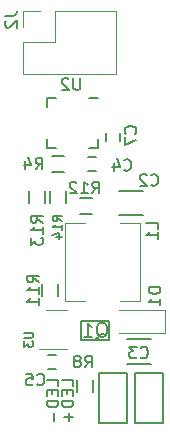
<source format=gbo>
G04 #@! TF.FileFunction,Legend,Bot*
%FSLAX46Y46*%
G04 Gerber Fmt 4.6, Leading zero omitted, Abs format (unit mm)*
G04 Created by KiCad (PCBNEW 4.0.7) date Wednesday, October 18, 2017 'PMt' 08:17:54 PM*
%MOMM*%
%LPD*%
G01*
G04 APERTURE LIST*
%ADD10C,0.150000*%
%ADD11C,0.120000*%
G04 APERTURE END LIST*
D10*
D11*
X126365000Y-78747000D02*
X131565000Y-78747000D01*
X131565000Y-78747000D02*
X131565000Y-84067000D01*
X131565000Y-84067000D02*
X123705000Y-84067000D01*
X123705000Y-84067000D02*
X123705000Y-81407000D01*
X123705000Y-81407000D02*
X126365000Y-81407000D01*
X126365000Y-81407000D02*
X126365000Y-78747000D01*
X125095000Y-78747000D02*
X123705000Y-78747000D01*
X123705000Y-78747000D02*
X123705000Y-80137000D01*
D10*
X133842000Y-96021000D02*
X131842000Y-96021000D01*
X131842000Y-93971000D02*
X133842000Y-93971000D01*
X132501000Y-106544000D02*
X134501000Y-106544000D01*
X134501000Y-108594000D02*
X132501000Y-108594000D01*
X129178000Y-92294000D02*
X129878000Y-92294000D01*
X129878000Y-91094000D02*
X129178000Y-91094000D01*
X125773000Y-109058000D02*
X126473000Y-109058000D01*
X126473000Y-107858000D02*
X125773000Y-107858000D01*
D11*
X135727000Y-104029000D02*
X135727000Y-106029000D01*
X135727000Y-106029000D02*
X131827000Y-106029000D01*
X135727000Y-104029000D02*
X131827000Y-104029000D01*
X128913606Y-96730738D02*
X127213606Y-96730738D01*
X127213606Y-96730738D02*
X127213606Y-103330738D01*
X127213606Y-103330738D02*
X128913606Y-103330738D01*
X131913606Y-103330738D02*
X133613606Y-103330738D01*
X133613606Y-103330738D02*
X133613606Y-96730738D01*
X133613606Y-96730738D02*
X131913606Y-96730738D01*
D10*
X130994000Y-104971000D02*
X130994000Y-105971000D01*
X129994000Y-104971000D02*
X130984000Y-104971000D01*
X130994000Y-105966000D02*
X130994000Y-106616000D01*
X130994000Y-106616000D02*
X128594000Y-106616000D01*
X128594000Y-106616000D02*
X128594000Y-104966000D01*
X128594000Y-104966000D02*
X129994000Y-104966000D01*
X127131000Y-91019000D02*
X126131000Y-91019000D01*
X126131000Y-92369000D02*
X127131000Y-92369000D01*
X128230000Y-110002000D02*
X128230000Y-111002000D01*
X129580000Y-111002000D02*
X129580000Y-110002000D01*
X126659000Y-102862000D02*
X126659000Y-101862000D01*
X125309000Y-101862000D02*
X125309000Y-102862000D01*
X129544000Y-94575000D02*
X128544000Y-94575000D01*
X128544000Y-95925000D02*
X129544000Y-95925000D01*
X125729000Y-86074200D02*
X125729000Y-86849200D01*
X130029000Y-90374200D02*
X130029000Y-89599200D01*
X125729000Y-90374200D02*
X125729000Y-89599200D01*
X130029000Y-86074200D02*
X129254000Y-86074200D01*
X130029000Y-90374200D02*
X129254000Y-90374200D01*
X125729000Y-90374200D02*
X126504000Y-90374200D01*
X125729000Y-86074200D02*
X126504000Y-86074200D01*
D11*
X125648985Y-104097519D02*
X127448985Y-104097519D01*
X127448985Y-107317519D02*
X124998985Y-107317519D01*
D10*
X125516000Y-94988000D02*
X125516000Y-93988000D01*
X124166000Y-93988000D02*
X124166000Y-94988000D01*
X127294000Y-94988000D02*
X127294000Y-93988000D01*
X125944000Y-93988000D02*
X125944000Y-94988000D01*
X131918000Y-89758000D02*
X131918000Y-89058000D01*
X130718000Y-89058000D02*
X130718000Y-89758000D01*
X135566000Y-113606000D02*
X135566000Y-109406000D01*
X135566000Y-109406000D02*
X133166000Y-109406000D01*
X133166000Y-109406000D02*
X133166000Y-113606000D01*
X133166000Y-113606000D02*
X135566000Y-113606000D01*
X132518000Y-113606000D02*
X132518000Y-109406000D01*
X132518000Y-109406000D02*
X130118000Y-109406000D01*
X130118000Y-109406000D02*
X130118000Y-113606000D01*
X130118000Y-113606000D02*
X132518000Y-113606000D01*
X122157381Y-79143267D02*
X122871667Y-79143267D01*
X123014524Y-79095647D01*
X123109762Y-79000409D01*
X123157381Y-78857552D01*
X123157381Y-78762314D01*
X122252619Y-79571838D02*
X122205000Y-79619457D01*
X122157381Y-79714695D01*
X122157381Y-79952791D01*
X122205000Y-80048029D01*
X122252619Y-80095648D01*
X122347857Y-80143267D01*
X122443095Y-80143267D01*
X122585952Y-80095648D01*
X123157381Y-79524219D01*
X123157381Y-80143267D01*
X134532666Y-93448143D02*
X134580285Y-93495762D01*
X134723142Y-93543381D01*
X134818380Y-93543381D01*
X134961238Y-93495762D01*
X135056476Y-93400524D01*
X135104095Y-93305286D01*
X135151714Y-93114810D01*
X135151714Y-92971952D01*
X135104095Y-92781476D01*
X135056476Y-92686238D01*
X134961238Y-92591000D01*
X134818380Y-92543381D01*
X134723142Y-92543381D01*
X134580285Y-92591000D01*
X134532666Y-92638619D01*
X134151714Y-92638619D02*
X134104095Y-92591000D01*
X134008857Y-92543381D01*
X133770761Y-92543381D01*
X133675523Y-92591000D01*
X133627904Y-92638619D01*
X133580285Y-92733857D01*
X133580285Y-92829095D01*
X133627904Y-92971952D01*
X134199333Y-93543381D01*
X133580285Y-93543381D01*
X133643666Y-108053143D02*
X133691285Y-108100762D01*
X133834142Y-108148381D01*
X133929380Y-108148381D01*
X134072238Y-108100762D01*
X134167476Y-108005524D01*
X134215095Y-107910286D01*
X134262714Y-107719810D01*
X134262714Y-107576952D01*
X134215095Y-107386476D01*
X134167476Y-107291238D01*
X134072238Y-107196000D01*
X133929380Y-107148381D01*
X133834142Y-107148381D01*
X133691285Y-107196000D01*
X133643666Y-107243619D01*
X133310333Y-107148381D02*
X132691285Y-107148381D01*
X133024619Y-107529333D01*
X132881761Y-107529333D01*
X132786523Y-107576952D01*
X132738904Y-107624571D01*
X132691285Y-107719810D01*
X132691285Y-107957905D01*
X132738904Y-108053143D01*
X132786523Y-108100762D01*
X132881761Y-108148381D01*
X133167476Y-108148381D01*
X133262714Y-108100762D01*
X133310333Y-108053143D01*
X132246666Y-92178143D02*
X132294285Y-92225762D01*
X132437142Y-92273381D01*
X132532380Y-92273381D01*
X132675238Y-92225762D01*
X132770476Y-92130524D01*
X132818095Y-92035286D01*
X132865714Y-91844810D01*
X132865714Y-91701952D01*
X132818095Y-91511476D01*
X132770476Y-91416238D01*
X132675238Y-91321000D01*
X132532380Y-91273381D01*
X132437142Y-91273381D01*
X132294285Y-91321000D01*
X132246666Y-91368619D01*
X131389523Y-91606714D02*
X131389523Y-92273381D01*
X131627619Y-91225762D02*
X131865714Y-91940048D01*
X131246666Y-91940048D01*
X124880666Y-110339143D02*
X124928285Y-110386762D01*
X125071142Y-110434381D01*
X125166380Y-110434381D01*
X125309238Y-110386762D01*
X125404476Y-110291524D01*
X125452095Y-110196286D01*
X125499714Y-110005810D01*
X125499714Y-109862952D01*
X125452095Y-109672476D01*
X125404476Y-109577238D01*
X125309238Y-109482000D01*
X125166380Y-109434381D01*
X125071142Y-109434381D01*
X124928285Y-109482000D01*
X124880666Y-109529619D01*
X123975904Y-109434381D02*
X124452095Y-109434381D01*
X124499714Y-109910571D01*
X124452095Y-109862952D01*
X124356857Y-109815333D01*
X124118761Y-109815333D01*
X124023523Y-109862952D01*
X123975904Y-109910571D01*
X123928285Y-110005810D01*
X123928285Y-110243905D01*
X123975904Y-110339143D01*
X124023523Y-110386762D01*
X124118761Y-110434381D01*
X124356857Y-110434381D01*
X124452095Y-110386762D01*
X124499714Y-110339143D01*
X135326381Y-102131905D02*
X134326381Y-102131905D01*
X134326381Y-102370000D01*
X134374000Y-102512858D01*
X134469238Y-102608096D01*
X134564476Y-102655715D01*
X134754952Y-102703334D01*
X134897810Y-102703334D01*
X135088286Y-102655715D01*
X135183524Y-102608096D01*
X135278762Y-102512858D01*
X135326381Y-102370000D01*
X135326381Y-102131905D01*
X135326381Y-103655715D02*
X135326381Y-103084286D01*
X135326381Y-103370000D02*
X134326381Y-103370000D01*
X134469238Y-103274762D01*
X134564476Y-103179524D01*
X134612095Y-103084286D01*
X135133187Y-97171672D02*
X135133187Y-96695481D01*
X134133187Y-96695481D01*
X135133187Y-98028815D02*
X135133187Y-97457386D01*
X135133187Y-97743100D02*
X134133187Y-97743100D01*
X134276044Y-97647862D01*
X134371282Y-97552624D01*
X134418901Y-97457386D01*
X129908286Y-106448143D02*
X130022571Y-106391000D01*
X130136857Y-106276714D01*
X130308286Y-106105286D01*
X130422571Y-106048143D01*
X130536857Y-106048143D01*
X130479714Y-106333857D02*
X130594000Y-106276714D01*
X130708286Y-106162429D01*
X130765429Y-105933857D01*
X130765429Y-105533857D01*
X130708286Y-105305286D01*
X130594000Y-105191000D01*
X130479714Y-105133857D01*
X130251143Y-105133857D01*
X130136857Y-105191000D01*
X130022571Y-105305286D01*
X129965429Y-105533857D01*
X129965429Y-105933857D01*
X130022571Y-106162429D01*
X130136857Y-106276714D01*
X130251143Y-106333857D01*
X130479714Y-106333857D01*
X128822571Y-106333857D02*
X129508286Y-106333857D01*
X129165428Y-106333857D02*
X129165428Y-105133857D01*
X129279714Y-105305286D01*
X129394000Y-105419571D01*
X129508286Y-105476714D01*
X124753666Y-92146381D02*
X125087000Y-91670190D01*
X125325095Y-92146381D02*
X125325095Y-91146381D01*
X124944142Y-91146381D01*
X124848904Y-91194000D01*
X124801285Y-91241619D01*
X124753666Y-91336857D01*
X124753666Y-91479714D01*
X124801285Y-91574952D01*
X124848904Y-91622571D01*
X124944142Y-91670190D01*
X125325095Y-91670190D01*
X123896523Y-91479714D02*
X123896523Y-92146381D01*
X124134619Y-91098762D02*
X124372714Y-91813048D01*
X123753666Y-91813048D01*
X128944666Y-108922381D02*
X129278000Y-108446190D01*
X129516095Y-108922381D02*
X129516095Y-107922381D01*
X129135142Y-107922381D01*
X129039904Y-107970000D01*
X128992285Y-108017619D01*
X128944666Y-108112857D01*
X128944666Y-108255714D01*
X128992285Y-108350952D01*
X129039904Y-108398571D01*
X129135142Y-108446190D01*
X129516095Y-108446190D01*
X128373238Y-108350952D02*
X128468476Y-108303333D01*
X128516095Y-108255714D01*
X128563714Y-108160476D01*
X128563714Y-108112857D01*
X128516095Y-108017619D01*
X128468476Y-107970000D01*
X128373238Y-107922381D01*
X128182761Y-107922381D01*
X128087523Y-107970000D01*
X128039904Y-108017619D01*
X127992285Y-108112857D01*
X127992285Y-108160476D01*
X128039904Y-108255714D01*
X128087523Y-108303333D01*
X128182761Y-108350952D01*
X128373238Y-108350952D01*
X128468476Y-108398571D01*
X128516095Y-108446190D01*
X128563714Y-108541429D01*
X128563714Y-108731905D01*
X128516095Y-108827143D01*
X128468476Y-108874762D01*
X128373238Y-108922381D01*
X128182761Y-108922381D01*
X128087523Y-108874762D01*
X128039904Y-108827143D01*
X127992285Y-108731905D01*
X127992285Y-108541429D01*
X128039904Y-108446190D01*
X128087523Y-108398571D01*
X128182761Y-108350952D01*
X125039381Y-101719143D02*
X124563190Y-101385809D01*
X125039381Y-101147714D02*
X124039381Y-101147714D01*
X124039381Y-101528667D01*
X124087000Y-101623905D01*
X124134619Y-101671524D01*
X124229857Y-101719143D01*
X124372714Y-101719143D01*
X124467952Y-101671524D01*
X124515571Y-101623905D01*
X124563190Y-101528667D01*
X124563190Y-101147714D01*
X125039381Y-102671524D02*
X125039381Y-102100095D01*
X125039381Y-102385809D02*
X124039381Y-102385809D01*
X124182238Y-102290571D01*
X124277476Y-102195333D01*
X124325095Y-102100095D01*
X125039381Y-103623905D02*
X125039381Y-103052476D01*
X125039381Y-103338190D02*
X124039381Y-103338190D01*
X124182238Y-103242952D01*
X124277476Y-103147714D01*
X124325095Y-103052476D01*
X129547857Y-94178381D02*
X129881191Y-93702190D01*
X130119286Y-94178381D02*
X130119286Y-93178381D01*
X129738333Y-93178381D01*
X129643095Y-93226000D01*
X129595476Y-93273619D01*
X129547857Y-93368857D01*
X129547857Y-93511714D01*
X129595476Y-93606952D01*
X129643095Y-93654571D01*
X129738333Y-93702190D01*
X130119286Y-93702190D01*
X128595476Y-94178381D02*
X129166905Y-94178381D01*
X128881191Y-94178381D02*
X128881191Y-93178381D01*
X128976429Y-93321238D01*
X129071667Y-93416476D01*
X129166905Y-93464095D01*
X128214524Y-93273619D02*
X128166905Y-93226000D01*
X128071667Y-93178381D01*
X127833571Y-93178381D01*
X127738333Y-93226000D01*
X127690714Y-93273619D01*
X127643095Y-93368857D01*
X127643095Y-93464095D01*
X127690714Y-93606952D01*
X128262143Y-94178381D01*
X127643095Y-94178381D01*
X128523905Y-84415381D02*
X128523905Y-85224905D01*
X128476286Y-85320143D01*
X128428667Y-85367762D01*
X128333429Y-85415381D01*
X128142952Y-85415381D01*
X128047714Y-85367762D01*
X128000095Y-85320143D01*
X127952476Y-85224905D01*
X127952476Y-84415381D01*
X127523905Y-84510619D02*
X127476286Y-84463000D01*
X127381048Y-84415381D01*
X127142952Y-84415381D01*
X127047714Y-84463000D01*
X127000095Y-84510619D01*
X126952476Y-84605857D01*
X126952476Y-84701095D01*
X127000095Y-84843952D01*
X127571524Y-85415381D01*
X126952476Y-85415381D01*
X123788714Y-105972429D02*
X124405571Y-105972429D01*
X124478143Y-106008714D01*
X124514429Y-106045000D01*
X124550714Y-106117571D01*
X124550714Y-106262714D01*
X124514429Y-106335286D01*
X124478143Y-106371571D01*
X124405571Y-106407857D01*
X123788714Y-106407857D01*
X123788714Y-106698143D02*
X123788714Y-107169857D01*
X124079000Y-106915857D01*
X124079000Y-107024715D01*
X124115286Y-107097286D01*
X124151571Y-107133572D01*
X124224143Y-107169857D01*
X124405571Y-107169857D01*
X124478143Y-107133572D01*
X124514429Y-107097286D01*
X124550714Y-107024715D01*
X124550714Y-106807000D01*
X124514429Y-106734429D01*
X124478143Y-106698143D01*
X125344181Y-96651143D02*
X124867990Y-96317809D01*
X125344181Y-96079714D02*
X124344181Y-96079714D01*
X124344181Y-96460667D01*
X124391800Y-96555905D01*
X124439419Y-96603524D01*
X124534657Y-96651143D01*
X124677514Y-96651143D01*
X124772752Y-96603524D01*
X124820371Y-96555905D01*
X124867990Y-96460667D01*
X124867990Y-96079714D01*
X125344181Y-97603524D02*
X125344181Y-97032095D01*
X125344181Y-97317809D02*
X124344181Y-97317809D01*
X124487038Y-97222571D01*
X124582276Y-97127333D01*
X124629895Y-97032095D01*
X124344181Y-97936857D02*
X124344181Y-98555905D01*
X124725133Y-98222571D01*
X124725133Y-98365429D01*
X124772752Y-98460667D01*
X124820371Y-98508286D01*
X124915610Y-98555905D01*
X125153705Y-98555905D01*
X125248943Y-98508286D01*
X125296562Y-98460667D01*
X125344181Y-98365429D01*
X125344181Y-98079714D01*
X125296562Y-97984476D01*
X125248943Y-97936857D01*
X126963714Y-96538143D02*
X126600857Y-96284143D01*
X126963714Y-96102715D02*
X126201714Y-96102715D01*
X126201714Y-96393000D01*
X126238000Y-96465572D01*
X126274286Y-96501857D01*
X126346857Y-96538143D01*
X126455714Y-96538143D01*
X126528286Y-96501857D01*
X126564571Y-96465572D01*
X126600857Y-96393000D01*
X126600857Y-96102715D01*
X126963714Y-97263857D02*
X126963714Y-96828429D01*
X126963714Y-97046143D02*
X126201714Y-97046143D01*
X126310571Y-96973572D01*
X126383143Y-96901000D01*
X126419429Y-96828429D01*
X126455714Y-97917000D02*
X126963714Y-97917000D01*
X126165429Y-97735571D02*
X126709714Y-97554143D01*
X126709714Y-98025857D01*
X133199143Y-89114334D02*
X133246762Y-89066715D01*
X133294381Y-88923858D01*
X133294381Y-88828620D01*
X133246762Y-88685762D01*
X133151524Y-88590524D01*
X133056286Y-88542905D01*
X132865810Y-88495286D01*
X132722952Y-88495286D01*
X132532476Y-88542905D01*
X132437238Y-88590524D01*
X132342000Y-88685762D01*
X132294381Y-88828620D01*
X132294381Y-88923858D01*
X132342000Y-89066715D01*
X132389619Y-89114334D01*
X132294381Y-89447667D02*
X132294381Y-90114334D01*
X133294381Y-89685762D01*
X127960381Y-110498096D02*
X127960381Y-110021905D01*
X126960381Y-110021905D01*
X127436571Y-110831429D02*
X127436571Y-111164763D01*
X127960381Y-111307620D02*
X127960381Y-110831429D01*
X126960381Y-110831429D01*
X126960381Y-111307620D01*
X127960381Y-111736191D02*
X126960381Y-111736191D01*
X126960381Y-111974286D01*
X127008000Y-112117144D01*
X127103238Y-112212382D01*
X127198476Y-112260001D01*
X127388952Y-112307620D01*
X127531810Y-112307620D01*
X127722286Y-112260001D01*
X127817524Y-112212382D01*
X127912762Y-112117144D01*
X127960381Y-111974286D01*
X127960381Y-111736191D01*
X127579429Y-112736191D02*
X127579429Y-113498096D01*
X127960381Y-113117144D02*
X127198476Y-113117144D01*
X126690381Y-110498096D02*
X126690381Y-110021905D01*
X125690381Y-110021905D01*
X126166571Y-110831429D02*
X126166571Y-111164763D01*
X126690381Y-111307620D02*
X126690381Y-110831429D01*
X125690381Y-110831429D01*
X125690381Y-111307620D01*
X126690381Y-111736191D02*
X125690381Y-111736191D01*
X125690381Y-111974286D01*
X125738000Y-112117144D01*
X125833238Y-112212382D01*
X125928476Y-112260001D01*
X126118952Y-112307620D01*
X126261810Y-112307620D01*
X126452286Y-112260001D01*
X126547524Y-112212382D01*
X126642762Y-112117144D01*
X126690381Y-111974286D01*
X126690381Y-111736191D01*
X126309429Y-112736191D02*
X126309429Y-113498096D01*
M02*

</source>
